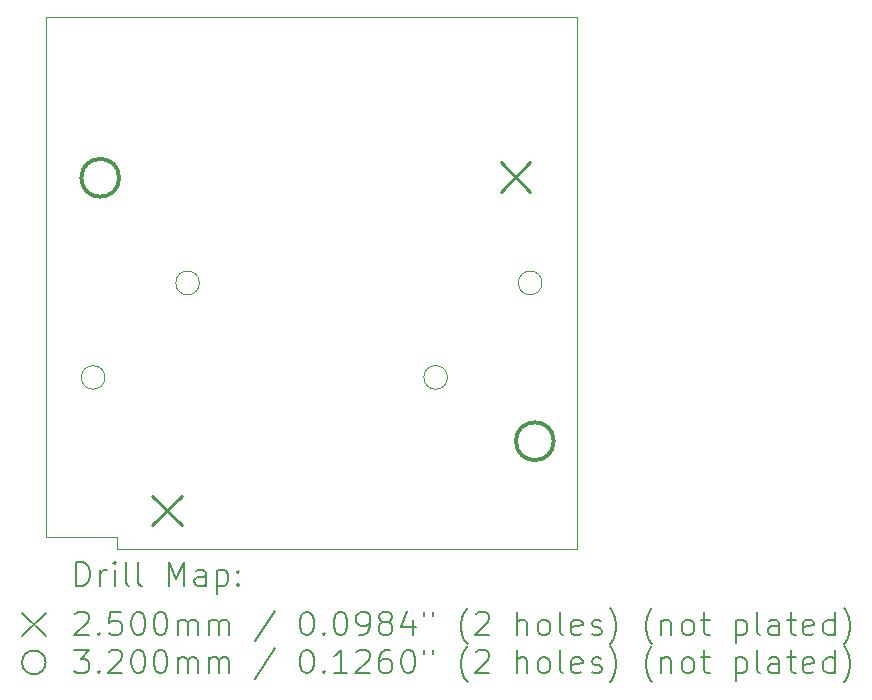
<source format=gbr>
%TF.GenerationSoftware,KiCad,Pcbnew,9.0.2*%
%TF.CreationDate,2025-05-25T16:27:38-07:00*%
%TF.ProjectId,PCB,5043422e-6b69-4636-9164-5f7063625858,rev?*%
%TF.SameCoordinates,Original*%
%TF.FileFunction,Drillmap*%
%TF.FilePolarity,Positive*%
%FSLAX45Y45*%
G04 Gerber Fmt 4.5, Leading zero omitted, Abs format (unit mm)*
G04 Created by KiCad (PCBNEW 9.0.2) date 2025-05-25 16:27:38*
%MOMM*%
%LPD*%
G01*
G04 APERTURE LIST*
%ADD10C,0.050000*%
%ADD11C,0.100000*%
%ADD12C,0.200000*%
%ADD13C,0.250000*%
%ADD14C,0.320000*%
G04 APERTURE END LIST*
D10*
X4700000Y-9100000D02*
X4700000Y-4700000D01*
X4700000Y-9100000D02*
X5300000Y-9100000D01*
X9200000Y-9200000D02*
X5300000Y-9200000D01*
X9200000Y-4700000D02*
X9200000Y-9200000D01*
X5300000Y-9200000D02*
X5300000Y-9100000D01*
X4700000Y-4700000D02*
X9200000Y-4700000D01*
D11*
X5200000Y-7750000D02*
G75*
G02*
X5000000Y-7750000I-100000J0D01*
G01*
X5000000Y-7750000D02*
G75*
G02*
X5200000Y-7750000I100000J0D01*
G01*
X6000000Y-6950000D02*
G75*
G02*
X5800000Y-6950000I-100000J0D01*
G01*
X5800000Y-6950000D02*
G75*
G02*
X6000000Y-6950000I100000J0D01*
G01*
X8100000Y-7750000D02*
G75*
G02*
X7900000Y-7750000I-100000J0D01*
G01*
X7900000Y-7750000D02*
G75*
G02*
X8100000Y-7750000I100000J0D01*
G01*
X8900000Y-6950000D02*
G75*
G02*
X8700000Y-6950000I-100000J0D01*
G01*
X8700000Y-6950000D02*
G75*
G02*
X8900000Y-6950000I100000J0D01*
G01*
D12*
D13*
X5600000Y-8750000D02*
X5850000Y-9000000D01*
X5850000Y-8750000D02*
X5600000Y-9000000D01*
X8550000Y-5930000D02*
X8800000Y-6180000D01*
X8800000Y-5930000D02*
X8550000Y-6180000D01*
D14*
X5320000Y-6060000D02*
G75*
G02*
X5000000Y-6060000I-160000J0D01*
G01*
X5000000Y-6060000D02*
G75*
G02*
X5320000Y-6060000I160000J0D01*
G01*
X9000000Y-8290000D02*
G75*
G02*
X8680000Y-8290000I-160000J0D01*
G01*
X8680000Y-8290000D02*
G75*
G02*
X9000000Y-8290000I160000J0D01*
G01*
D12*
X4958277Y-9513984D02*
X4958277Y-9313984D01*
X4958277Y-9313984D02*
X5005896Y-9313984D01*
X5005896Y-9313984D02*
X5034467Y-9323508D01*
X5034467Y-9323508D02*
X5053515Y-9342555D01*
X5053515Y-9342555D02*
X5063039Y-9361603D01*
X5063039Y-9361603D02*
X5072563Y-9399698D01*
X5072563Y-9399698D02*
X5072563Y-9428270D01*
X5072563Y-9428270D02*
X5063039Y-9466365D01*
X5063039Y-9466365D02*
X5053515Y-9485412D01*
X5053515Y-9485412D02*
X5034467Y-9504460D01*
X5034467Y-9504460D02*
X5005896Y-9513984D01*
X5005896Y-9513984D02*
X4958277Y-9513984D01*
X5158277Y-9513984D02*
X5158277Y-9380650D01*
X5158277Y-9418746D02*
X5167801Y-9399698D01*
X5167801Y-9399698D02*
X5177324Y-9390174D01*
X5177324Y-9390174D02*
X5196372Y-9380650D01*
X5196372Y-9380650D02*
X5215420Y-9380650D01*
X5282086Y-9513984D02*
X5282086Y-9380650D01*
X5282086Y-9313984D02*
X5272563Y-9323508D01*
X5272563Y-9323508D02*
X5282086Y-9333031D01*
X5282086Y-9333031D02*
X5291610Y-9323508D01*
X5291610Y-9323508D02*
X5282086Y-9313984D01*
X5282086Y-9313984D02*
X5282086Y-9333031D01*
X5405896Y-9513984D02*
X5386848Y-9504460D01*
X5386848Y-9504460D02*
X5377324Y-9485412D01*
X5377324Y-9485412D02*
X5377324Y-9313984D01*
X5510658Y-9513984D02*
X5491610Y-9504460D01*
X5491610Y-9504460D02*
X5482086Y-9485412D01*
X5482086Y-9485412D02*
X5482086Y-9313984D01*
X5739229Y-9513984D02*
X5739229Y-9313984D01*
X5739229Y-9313984D02*
X5805896Y-9456841D01*
X5805896Y-9456841D02*
X5872562Y-9313984D01*
X5872562Y-9313984D02*
X5872562Y-9513984D01*
X6053515Y-9513984D02*
X6053515Y-9409222D01*
X6053515Y-9409222D02*
X6043991Y-9390174D01*
X6043991Y-9390174D02*
X6024943Y-9380650D01*
X6024943Y-9380650D02*
X5986848Y-9380650D01*
X5986848Y-9380650D02*
X5967801Y-9390174D01*
X6053515Y-9504460D02*
X6034467Y-9513984D01*
X6034467Y-9513984D02*
X5986848Y-9513984D01*
X5986848Y-9513984D02*
X5967801Y-9504460D01*
X5967801Y-9504460D02*
X5958277Y-9485412D01*
X5958277Y-9485412D02*
X5958277Y-9466365D01*
X5958277Y-9466365D02*
X5967801Y-9447317D01*
X5967801Y-9447317D02*
X5986848Y-9437793D01*
X5986848Y-9437793D02*
X6034467Y-9437793D01*
X6034467Y-9437793D02*
X6053515Y-9428270D01*
X6148753Y-9380650D02*
X6148753Y-9580650D01*
X6148753Y-9390174D02*
X6167801Y-9380650D01*
X6167801Y-9380650D02*
X6205896Y-9380650D01*
X6205896Y-9380650D02*
X6224943Y-9390174D01*
X6224943Y-9390174D02*
X6234467Y-9399698D01*
X6234467Y-9399698D02*
X6243991Y-9418746D01*
X6243991Y-9418746D02*
X6243991Y-9475889D01*
X6243991Y-9475889D02*
X6234467Y-9494936D01*
X6234467Y-9494936D02*
X6224943Y-9504460D01*
X6224943Y-9504460D02*
X6205896Y-9513984D01*
X6205896Y-9513984D02*
X6167801Y-9513984D01*
X6167801Y-9513984D02*
X6148753Y-9504460D01*
X6329705Y-9494936D02*
X6339229Y-9504460D01*
X6339229Y-9504460D02*
X6329705Y-9513984D01*
X6329705Y-9513984D02*
X6320182Y-9504460D01*
X6320182Y-9504460D02*
X6329705Y-9494936D01*
X6329705Y-9494936D02*
X6329705Y-9513984D01*
X6329705Y-9390174D02*
X6339229Y-9399698D01*
X6339229Y-9399698D02*
X6329705Y-9409222D01*
X6329705Y-9409222D02*
X6320182Y-9399698D01*
X6320182Y-9399698D02*
X6329705Y-9390174D01*
X6329705Y-9390174D02*
X6329705Y-9409222D01*
X4497500Y-9742500D02*
X4697500Y-9942500D01*
X4697500Y-9742500D02*
X4497500Y-9942500D01*
X4948753Y-9753031D02*
X4958277Y-9743508D01*
X4958277Y-9743508D02*
X4977324Y-9733984D01*
X4977324Y-9733984D02*
X5024944Y-9733984D01*
X5024944Y-9733984D02*
X5043991Y-9743508D01*
X5043991Y-9743508D02*
X5053515Y-9753031D01*
X5053515Y-9753031D02*
X5063039Y-9772079D01*
X5063039Y-9772079D02*
X5063039Y-9791127D01*
X5063039Y-9791127D02*
X5053515Y-9819698D01*
X5053515Y-9819698D02*
X4939229Y-9933984D01*
X4939229Y-9933984D02*
X5063039Y-9933984D01*
X5148753Y-9914936D02*
X5158277Y-9924460D01*
X5158277Y-9924460D02*
X5148753Y-9933984D01*
X5148753Y-9933984D02*
X5139229Y-9924460D01*
X5139229Y-9924460D02*
X5148753Y-9914936D01*
X5148753Y-9914936D02*
X5148753Y-9933984D01*
X5339229Y-9733984D02*
X5243991Y-9733984D01*
X5243991Y-9733984D02*
X5234467Y-9829222D01*
X5234467Y-9829222D02*
X5243991Y-9819698D01*
X5243991Y-9819698D02*
X5263039Y-9810174D01*
X5263039Y-9810174D02*
X5310658Y-9810174D01*
X5310658Y-9810174D02*
X5329705Y-9819698D01*
X5329705Y-9819698D02*
X5339229Y-9829222D01*
X5339229Y-9829222D02*
X5348753Y-9848270D01*
X5348753Y-9848270D02*
X5348753Y-9895889D01*
X5348753Y-9895889D02*
X5339229Y-9914936D01*
X5339229Y-9914936D02*
X5329705Y-9924460D01*
X5329705Y-9924460D02*
X5310658Y-9933984D01*
X5310658Y-9933984D02*
X5263039Y-9933984D01*
X5263039Y-9933984D02*
X5243991Y-9924460D01*
X5243991Y-9924460D02*
X5234467Y-9914936D01*
X5472563Y-9733984D02*
X5491610Y-9733984D01*
X5491610Y-9733984D02*
X5510658Y-9743508D01*
X5510658Y-9743508D02*
X5520182Y-9753031D01*
X5520182Y-9753031D02*
X5529705Y-9772079D01*
X5529705Y-9772079D02*
X5539229Y-9810174D01*
X5539229Y-9810174D02*
X5539229Y-9857793D01*
X5539229Y-9857793D02*
X5529705Y-9895889D01*
X5529705Y-9895889D02*
X5520182Y-9914936D01*
X5520182Y-9914936D02*
X5510658Y-9924460D01*
X5510658Y-9924460D02*
X5491610Y-9933984D01*
X5491610Y-9933984D02*
X5472563Y-9933984D01*
X5472563Y-9933984D02*
X5453515Y-9924460D01*
X5453515Y-9924460D02*
X5443991Y-9914936D01*
X5443991Y-9914936D02*
X5434467Y-9895889D01*
X5434467Y-9895889D02*
X5424944Y-9857793D01*
X5424944Y-9857793D02*
X5424944Y-9810174D01*
X5424944Y-9810174D02*
X5434467Y-9772079D01*
X5434467Y-9772079D02*
X5443991Y-9753031D01*
X5443991Y-9753031D02*
X5453515Y-9743508D01*
X5453515Y-9743508D02*
X5472563Y-9733984D01*
X5663039Y-9733984D02*
X5682086Y-9733984D01*
X5682086Y-9733984D02*
X5701134Y-9743508D01*
X5701134Y-9743508D02*
X5710658Y-9753031D01*
X5710658Y-9753031D02*
X5720182Y-9772079D01*
X5720182Y-9772079D02*
X5729705Y-9810174D01*
X5729705Y-9810174D02*
X5729705Y-9857793D01*
X5729705Y-9857793D02*
X5720182Y-9895889D01*
X5720182Y-9895889D02*
X5710658Y-9914936D01*
X5710658Y-9914936D02*
X5701134Y-9924460D01*
X5701134Y-9924460D02*
X5682086Y-9933984D01*
X5682086Y-9933984D02*
X5663039Y-9933984D01*
X5663039Y-9933984D02*
X5643991Y-9924460D01*
X5643991Y-9924460D02*
X5634467Y-9914936D01*
X5634467Y-9914936D02*
X5624943Y-9895889D01*
X5624943Y-9895889D02*
X5615420Y-9857793D01*
X5615420Y-9857793D02*
X5615420Y-9810174D01*
X5615420Y-9810174D02*
X5624943Y-9772079D01*
X5624943Y-9772079D02*
X5634467Y-9753031D01*
X5634467Y-9753031D02*
X5643991Y-9743508D01*
X5643991Y-9743508D02*
X5663039Y-9733984D01*
X5815420Y-9933984D02*
X5815420Y-9800650D01*
X5815420Y-9819698D02*
X5824943Y-9810174D01*
X5824943Y-9810174D02*
X5843991Y-9800650D01*
X5843991Y-9800650D02*
X5872563Y-9800650D01*
X5872563Y-9800650D02*
X5891610Y-9810174D01*
X5891610Y-9810174D02*
X5901134Y-9829222D01*
X5901134Y-9829222D02*
X5901134Y-9933984D01*
X5901134Y-9829222D02*
X5910658Y-9810174D01*
X5910658Y-9810174D02*
X5929705Y-9800650D01*
X5929705Y-9800650D02*
X5958277Y-9800650D01*
X5958277Y-9800650D02*
X5977324Y-9810174D01*
X5977324Y-9810174D02*
X5986848Y-9829222D01*
X5986848Y-9829222D02*
X5986848Y-9933984D01*
X6082086Y-9933984D02*
X6082086Y-9800650D01*
X6082086Y-9819698D02*
X6091610Y-9810174D01*
X6091610Y-9810174D02*
X6110658Y-9800650D01*
X6110658Y-9800650D02*
X6139229Y-9800650D01*
X6139229Y-9800650D02*
X6158277Y-9810174D01*
X6158277Y-9810174D02*
X6167801Y-9829222D01*
X6167801Y-9829222D02*
X6167801Y-9933984D01*
X6167801Y-9829222D02*
X6177324Y-9810174D01*
X6177324Y-9810174D02*
X6196372Y-9800650D01*
X6196372Y-9800650D02*
X6224943Y-9800650D01*
X6224943Y-9800650D02*
X6243991Y-9810174D01*
X6243991Y-9810174D02*
X6253515Y-9829222D01*
X6253515Y-9829222D02*
X6253515Y-9933984D01*
X6643991Y-9724460D02*
X6472563Y-9981603D01*
X6901134Y-9733984D02*
X6920182Y-9733984D01*
X6920182Y-9733984D02*
X6939229Y-9743508D01*
X6939229Y-9743508D02*
X6948753Y-9753031D01*
X6948753Y-9753031D02*
X6958277Y-9772079D01*
X6958277Y-9772079D02*
X6967801Y-9810174D01*
X6967801Y-9810174D02*
X6967801Y-9857793D01*
X6967801Y-9857793D02*
X6958277Y-9895889D01*
X6958277Y-9895889D02*
X6948753Y-9914936D01*
X6948753Y-9914936D02*
X6939229Y-9924460D01*
X6939229Y-9924460D02*
X6920182Y-9933984D01*
X6920182Y-9933984D02*
X6901134Y-9933984D01*
X6901134Y-9933984D02*
X6882086Y-9924460D01*
X6882086Y-9924460D02*
X6872563Y-9914936D01*
X6872563Y-9914936D02*
X6863039Y-9895889D01*
X6863039Y-9895889D02*
X6853515Y-9857793D01*
X6853515Y-9857793D02*
X6853515Y-9810174D01*
X6853515Y-9810174D02*
X6863039Y-9772079D01*
X6863039Y-9772079D02*
X6872563Y-9753031D01*
X6872563Y-9753031D02*
X6882086Y-9743508D01*
X6882086Y-9743508D02*
X6901134Y-9733984D01*
X7053515Y-9914936D02*
X7063039Y-9924460D01*
X7063039Y-9924460D02*
X7053515Y-9933984D01*
X7053515Y-9933984D02*
X7043991Y-9924460D01*
X7043991Y-9924460D02*
X7053515Y-9914936D01*
X7053515Y-9914936D02*
X7053515Y-9933984D01*
X7186848Y-9733984D02*
X7205896Y-9733984D01*
X7205896Y-9733984D02*
X7224944Y-9743508D01*
X7224944Y-9743508D02*
X7234467Y-9753031D01*
X7234467Y-9753031D02*
X7243991Y-9772079D01*
X7243991Y-9772079D02*
X7253515Y-9810174D01*
X7253515Y-9810174D02*
X7253515Y-9857793D01*
X7253515Y-9857793D02*
X7243991Y-9895889D01*
X7243991Y-9895889D02*
X7234467Y-9914936D01*
X7234467Y-9914936D02*
X7224944Y-9924460D01*
X7224944Y-9924460D02*
X7205896Y-9933984D01*
X7205896Y-9933984D02*
X7186848Y-9933984D01*
X7186848Y-9933984D02*
X7167801Y-9924460D01*
X7167801Y-9924460D02*
X7158277Y-9914936D01*
X7158277Y-9914936D02*
X7148753Y-9895889D01*
X7148753Y-9895889D02*
X7139229Y-9857793D01*
X7139229Y-9857793D02*
X7139229Y-9810174D01*
X7139229Y-9810174D02*
X7148753Y-9772079D01*
X7148753Y-9772079D02*
X7158277Y-9753031D01*
X7158277Y-9753031D02*
X7167801Y-9743508D01*
X7167801Y-9743508D02*
X7186848Y-9733984D01*
X7348753Y-9933984D02*
X7386848Y-9933984D01*
X7386848Y-9933984D02*
X7405896Y-9924460D01*
X7405896Y-9924460D02*
X7415420Y-9914936D01*
X7415420Y-9914936D02*
X7434467Y-9886365D01*
X7434467Y-9886365D02*
X7443991Y-9848270D01*
X7443991Y-9848270D02*
X7443991Y-9772079D01*
X7443991Y-9772079D02*
X7434467Y-9753031D01*
X7434467Y-9753031D02*
X7424944Y-9743508D01*
X7424944Y-9743508D02*
X7405896Y-9733984D01*
X7405896Y-9733984D02*
X7367801Y-9733984D01*
X7367801Y-9733984D02*
X7348753Y-9743508D01*
X7348753Y-9743508D02*
X7339229Y-9753031D01*
X7339229Y-9753031D02*
X7329706Y-9772079D01*
X7329706Y-9772079D02*
X7329706Y-9819698D01*
X7329706Y-9819698D02*
X7339229Y-9838746D01*
X7339229Y-9838746D02*
X7348753Y-9848270D01*
X7348753Y-9848270D02*
X7367801Y-9857793D01*
X7367801Y-9857793D02*
X7405896Y-9857793D01*
X7405896Y-9857793D02*
X7424944Y-9848270D01*
X7424944Y-9848270D02*
X7434467Y-9838746D01*
X7434467Y-9838746D02*
X7443991Y-9819698D01*
X7558277Y-9819698D02*
X7539229Y-9810174D01*
X7539229Y-9810174D02*
X7529706Y-9800650D01*
X7529706Y-9800650D02*
X7520182Y-9781603D01*
X7520182Y-9781603D02*
X7520182Y-9772079D01*
X7520182Y-9772079D02*
X7529706Y-9753031D01*
X7529706Y-9753031D02*
X7539229Y-9743508D01*
X7539229Y-9743508D02*
X7558277Y-9733984D01*
X7558277Y-9733984D02*
X7596372Y-9733984D01*
X7596372Y-9733984D02*
X7615420Y-9743508D01*
X7615420Y-9743508D02*
X7624944Y-9753031D01*
X7624944Y-9753031D02*
X7634467Y-9772079D01*
X7634467Y-9772079D02*
X7634467Y-9781603D01*
X7634467Y-9781603D02*
X7624944Y-9800650D01*
X7624944Y-9800650D02*
X7615420Y-9810174D01*
X7615420Y-9810174D02*
X7596372Y-9819698D01*
X7596372Y-9819698D02*
X7558277Y-9819698D01*
X7558277Y-9819698D02*
X7539229Y-9829222D01*
X7539229Y-9829222D02*
X7529706Y-9838746D01*
X7529706Y-9838746D02*
X7520182Y-9857793D01*
X7520182Y-9857793D02*
X7520182Y-9895889D01*
X7520182Y-9895889D02*
X7529706Y-9914936D01*
X7529706Y-9914936D02*
X7539229Y-9924460D01*
X7539229Y-9924460D02*
X7558277Y-9933984D01*
X7558277Y-9933984D02*
X7596372Y-9933984D01*
X7596372Y-9933984D02*
X7615420Y-9924460D01*
X7615420Y-9924460D02*
X7624944Y-9914936D01*
X7624944Y-9914936D02*
X7634467Y-9895889D01*
X7634467Y-9895889D02*
X7634467Y-9857793D01*
X7634467Y-9857793D02*
X7624944Y-9838746D01*
X7624944Y-9838746D02*
X7615420Y-9829222D01*
X7615420Y-9829222D02*
X7596372Y-9819698D01*
X7805896Y-9800650D02*
X7805896Y-9933984D01*
X7758277Y-9724460D02*
X7710658Y-9867317D01*
X7710658Y-9867317D02*
X7834467Y-9867317D01*
X7901134Y-9733984D02*
X7901134Y-9772079D01*
X7977325Y-9733984D02*
X7977325Y-9772079D01*
X8272563Y-10010174D02*
X8263039Y-10000650D01*
X8263039Y-10000650D02*
X8243991Y-9972079D01*
X8243991Y-9972079D02*
X8234468Y-9953031D01*
X8234468Y-9953031D02*
X8224944Y-9924460D01*
X8224944Y-9924460D02*
X8215420Y-9876841D01*
X8215420Y-9876841D02*
X8215420Y-9838746D01*
X8215420Y-9838746D02*
X8224944Y-9791127D01*
X8224944Y-9791127D02*
X8234468Y-9762555D01*
X8234468Y-9762555D02*
X8243991Y-9743508D01*
X8243991Y-9743508D02*
X8263039Y-9714936D01*
X8263039Y-9714936D02*
X8272563Y-9705412D01*
X8339229Y-9753031D02*
X8348753Y-9743508D01*
X8348753Y-9743508D02*
X8367801Y-9733984D01*
X8367801Y-9733984D02*
X8415420Y-9733984D01*
X8415420Y-9733984D02*
X8434468Y-9743508D01*
X8434468Y-9743508D02*
X8443991Y-9753031D01*
X8443991Y-9753031D02*
X8453515Y-9772079D01*
X8453515Y-9772079D02*
X8453515Y-9791127D01*
X8453515Y-9791127D02*
X8443991Y-9819698D01*
X8443991Y-9819698D02*
X8329706Y-9933984D01*
X8329706Y-9933984D02*
X8453515Y-9933984D01*
X8691611Y-9933984D02*
X8691611Y-9733984D01*
X8777325Y-9933984D02*
X8777325Y-9829222D01*
X8777325Y-9829222D02*
X8767801Y-9810174D01*
X8767801Y-9810174D02*
X8748753Y-9800650D01*
X8748753Y-9800650D02*
X8720182Y-9800650D01*
X8720182Y-9800650D02*
X8701134Y-9810174D01*
X8701134Y-9810174D02*
X8691611Y-9819698D01*
X8901134Y-9933984D02*
X8882087Y-9924460D01*
X8882087Y-9924460D02*
X8872563Y-9914936D01*
X8872563Y-9914936D02*
X8863039Y-9895889D01*
X8863039Y-9895889D02*
X8863039Y-9838746D01*
X8863039Y-9838746D02*
X8872563Y-9819698D01*
X8872563Y-9819698D02*
X8882087Y-9810174D01*
X8882087Y-9810174D02*
X8901134Y-9800650D01*
X8901134Y-9800650D02*
X8929706Y-9800650D01*
X8929706Y-9800650D02*
X8948753Y-9810174D01*
X8948753Y-9810174D02*
X8958277Y-9819698D01*
X8958277Y-9819698D02*
X8967801Y-9838746D01*
X8967801Y-9838746D02*
X8967801Y-9895889D01*
X8967801Y-9895889D02*
X8958277Y-9914936D01*
X8958277Y-9914936D02*
X8948753Y-9924460D01*
X8948753Y-9924460D02*
X8929706Y-9933984D01*
X8929706Y-9933984D02*
X8901134Y-9933984D01*
X9082087Y-9933984D02*
X9063039Y-9924460D01*
X9063039Y-9924460D02*
X9053515Y-9905412D01*
X9053515Y-9905412D02*
X9053515Y-9733984D01*
X9234468Y-9924460D02*
X9215420Y-9933984D01*
X9215420Y-9933984D02*
X9177325Y-9933984D01*
X9177325Y-9933984D02*
X9158277Y-9924460D01*
X9158277Y-9924460D02*
X9148753Y-9905412D01*
X9148753Y-9905412D02*
X9148753Y-9829222D01*
X9148753Y-9829222D02*
X9158277Y-9810174D01*
X9158277Y-9810174D02*
X9177325Y-9800650D01*
X9177325Y-9800650D02*
X9215420Y-9800650D01*
X9215420Y-9800650D02*
X9234468Y-9810174D01*
X9234468Y-9810174D02*
X9243992Y-9829222D01*
X9243992Y-9829222D02*
X9243992Y-9848270D01*
X9243992Y-9848270D02*
X9148753Y-9867317D01*
X9320182Y-9924460D02*
X9339230Y-9933984D01*
X9339230Y-9933984D02*
X9377325Y-9933984D01*
X9377325Y-9933984D02*
X9396373Y-9924460D01*
X9396373Y-9924460D02*
X9405896Y-9905412D01*
X9405896Y-9905412D02*
X9405896Y-9895889D01*
X9405896Y-9895889D02*
X9396373Y-9876841D01*
X9396373Y-9876841D02*
X9377325Y-9867317D01*
X9377325Y-9867317D02*
X9348753Y-9867317D01*
X9348753Y-9867317D02*
X9329706Y-9857793D01*
X9329706Y-9857793D02*
X9320182Y-9838746D01*
X9320182Y-9838746D02*
X9320182Y-9829222D01*
X9320182Y-9829222D02*
X9329706Y-9810174D01*
X9329706Y-9810174D02*
X9348753Y-9800650D01*
X9348753Y-9800650D02*
X9377325Y-9800650D01*
X9377325Y-9800650D02*
X9396373Y-9810174D01*
X9472563Y-10010174D02*
X9482087Y-10000650D01*
X9482087Y-10000650D02*
X9501134Y-9972079D01*
X9501134Y-9972079D02*
X9510658Y-9953031D01*
X9510658Y-9953031D02*
X9520182Y-9924460D01*
X9520182Y-9924460D02*
X9529706Y-9876841D01*
X9529706Y-9876841D02*
X9529706Y-9838746D01*
X9529706Y-9838746D02*
X9520182Y-9791127D01*
X9520182Y-9791127D02*
X9510658Y-9762555D01*
X9510658Y-9762555D02*
X9501134Y-9743508D01*
X9501134Y-9743508D02*
X9482087Y-9714936D01*
X9482087Y-9714936D02*
X9472563Y-9705412D01*
X9834468Y-10010174D02*
X9824944Y-10000650D01*
X9824944Y-10000650D02*
X9805896Y-9972079D01*
X9805896Y-9972079D02*
X9796373Y-9953031D01*
X9796373Y-9953031D02*
X9786849Y-9924460D01*
X9786849Y-9924460D02*
X9777325Y-9876841D01*
X9777325Y-9876841D02*
X9777325Y-9838746D01*
X9777325Y-9838746D02*
X9786849Y-9791127D01*
X9786849Y-9791127D02*
X9796373Y-9762555D01*
X9796373Y-9762555D02*
X9805896Y-9743508D01*
X9805896Y-9743508D02*
X9824944Y-9714936D01*
X9824944Y-9714936D02*
X9834468Y-9705412D01*
X9910658Y-9800650D02*
X9910658Y-9933984D01*
X9910658Y-9819698D02*
X9920182Y-9810174D01*
X9920182Y-9810174D02*
X9939230Y-9800650D01*
X9939230Y-9800650D02*
X9967801Y-9800650D01*
X9967801Y-9800650D02*
X9986849Y-9810174D01*
X9986849Y-9810174D02*
X9996373Y-9829222D01*
X9996373Y-9829222D02*
X9996373Y-9933984D01*
X10120182Y-9933984D02*
X10101134Y-9924460D01*
X10101134Y-9924460D02*
X10091611Y-9914936D01*
X10091611Y-9914936D02*
X10082087Y-9895889D01*
X10082087Y-9895889D02*
X10082087Y-9838746D01*
X10082087Y-9838746D02*
X10091611Y-9819698D01*
X10091611Y-9819698D02*
X10101134Y-9810174D01*
X10101134Y-9810174D02*
X10120182Y-9800650D01*
X10120182Y-9800650D02*
X10148754Y-9800650D01*
X10148754Y-9800650D02*
X10167801Y-9810174D01*
X10167801Y-9810174D02*
X10177325Y-9819698D01*
X10177325Y-9819698D02*
X10186849Y-9838746D01*
X10186849Y-9838746D02*
X10186849Y-9895889D01*
X10186849Y-9895889D02*
X10177325Y-9914936D01*
X10177325Y-9914936D02*
X10167801Y-9924460D01*
X10167801Y-9924460D02*
X10148754Y-9933984D01*
X10148754Y-9933984D02*
X10120182Y-9933984D01*
X10243992Y-9800650D02*
X10320182Y-9800650D01*
X10272563Y-9733984D02*
X10272563Y-9905412D01*
X10272563Y-9905412D02*
X10282087Y-9924460D01*
X10282087Y-9924460D02*
X10301134Y-9933984D01*
X10301134Y-9933984D02*
X10320182Y-9933984D01*
X10539230Y-9800650D02*
X10539230Y-10000650D01*
X10539230Y-9810174D02*
X10558277Y-9800650D01*
X10558277Y-9800650D02*
X10596373Y-9800650D01*
X10596373Y-9800650D02*
X10615420Y-9810174D01*
X10615420Y-9810174D02*
X10624944Y-9819698D01*
X10624944Y-9819698D02*
X10634468Y-9838746D01*
X10634468Y-9838746D02*
X10634468Y-9895889D01*
X10634468Y-9895889D02*
X10624944Y-9914936D01*
X10624944Y-9914936D02*
X10615420Y-9924460D01*
X10615420Y-9924460D02*
X10596373Y-9933984D01*
X10596373Y-9933984D02*
X10558277Y-9933984D01*
X10558277Y-9933984D02*
X10539230Y-9924460D01*
X10748754Y-9933984D02*
X10729706Y-9924460D01*
X10729706Y-9924460D02*
X10720182Y-9905412D01*
X10720182Y-9905412D02*
X10720182Y-9733984D01*
X10910658Y-9933984D02*
X10910658Y-9829222D01*
X10910658Y-9829222D02*
X10901135Y-9810174D01*
X10901135Y-9810174D02*
X10882087Y-9800650D01*
X10882087Y-9800650D02*
X10843992Y-9800650D01*
X10843992Y-9800650D02*
X10824944Y-9810174D01*
X10910658Y-9924460D02*
X10891611Y-9933984D01*
X10891611Y-9933984D02*
X10843992Y-9933984D01*
X10843992Y-9933984D02*
X10824944Y-9924460D01*
X10824944Y-9924460D02*
X10815420Y-9905412D01*
X10815420Y-9905412D02*
X10815420Y-9886365D01*
X10815420Y-9886365D02*
X10824944Y-9867317D01*
X10824944Y-9867317D02*
X10843992Y-9857793D01*
X10843992Y-9857793D02*
X10891611Y-9857793D01*
X10891611Y-9857793D02*
X10910658Y-9848270D01*
X10977325Y-9800650D02*
X11053515Y-9800650D01*
X11005896Y-9733984D02*
X11005896Y-9905412D01*
X11005896Y-9905412D02*
X11015420Y-9924460D01*
X11015420Y-9924460D02*
X11034468Y-9933984D01*
X11034468Y-9933984D02*
X11053515Y-9933984D01*
X11196373Y-9924460D02*
X11177325Y-9933984D01*
X11177325Y-9933984D02*
X11139230Y-9933984D01*
X11139230Y-9933984D02*
X11120182Y-9924460D01*
X11120182Y-9924460D02*
X11110658Y-9905412D01*
X11110658Y-9905412D02*
X11110658Y-9829222D01*
X11110658Y-9829222D02*
X11120182Y-9810174D01*
X11120182Y-9810174D02*
X11139230Y-9800650D01*
X11139230Y-9800650D02*
X11177325Y-9800650D01*
X11177325Y-9800650D02*
X11196373Y-9810174D01*
X11196373Y-9810174D02*
X11205896Y-9829222D01*
X11205896Y-9829222D02*
X11205896Y-9848270D01*
X11205896Y-9848270D02*
X11110658Y-9867317D01*
X11377325Y-9933984D02*
X11377325Y-9733984D01*
X11377325Y-9924460D02*
X11358277Y-9933984D01*
X11358277Y-9933984D02*
X11320182Y-9933984D01*
X11320182Y-9933984D02*
X11301134Y-9924460D01*
X11301134Y-9924460D02*
X11291611Y-9914936D01*
X11291611Y-9914936D02*
X11282087Y-9895889D01*
X11282087Y-9895889D02*
X11282087Y-9838746D01*
X11282087Y-9838746D02*
X11291611Y-9819698D01*
X11291611Y-9819698D02*
X11301134Y-9810174D01*
X11301134Y-9810174D02*
X11320182Y-9800650D01*
X11320182Y-9800650D02*
X11358277Y-9800650D01*
X11358277Y-9800650D02*
X11377325Y-9810174D01*
X11453515Y-10010174D02*
X11463039Y-10000650D01*
X11463039Y-10000650D02*
X11482087Y-9972079D01*
X11482087Y-9972079D02*
X11491611Y-9953031D01*
X11491611Y-9953031D02*
X11501134Y-9924460D01*
X11501134Y-9924460D02*
X11510658Y-9876841D01*
X11510658Y-9876841D02*
X11510658Y-9838746D01*
X11510658Y-9838746D02*
X11501134Y-9791127D01*
X11501134Y-9791127D02*
X11491611Y-9762555D01*
X11491611Y-9762555D02*
X11482087Y-9743508D01*
X11482087Y-9743508D02*
X11463039Y-9714936D01*
X11463039Y-9714936D02*
X11453515Y-9705412D01*
X4697500Y-10162500D02*
G75*
G02*
X4497500Y-10162500I-100000J0D01*
G01*
X4497500Y-10162500D02*
G75*
G02*
X4697500Y-10162500I100000J0D01*
G01*
X4939229Y-10053984D02*
X5063039Y-10053984D01*
X5063039Y-10053984D02*
X4996372Y-10130174D01*
X4996372Y-10130174D02*
X5024944Y-10130174D01*
X5024944Y-10130174D02*
X5043991Y-10139698D01*
X5043991Y-10139698D02*
X5053515Y-10149222D01*
X5053515Y-10149222D02*
X5063039Y-10168270D01*
X5063039Y-10168270D02*
X5063039Y-10215889D01*
X5063039Y-10215889D02*
X5053515Y-10234936D01*
X5053515Y-10234936D02*
X5043991Y-10244460D01*
X5043991Y-10244460D02*
X5024944Y-10253984D01*
X5024944Y-10253984D02*
X4967801Y-10253984D01*
X4967801Y-10253984D02*
X4948753Y-10244460D01*
X4948753Y-10244460D02*
X4939229Y-10234936D01*
X5148753Y-10234936D02*
X5158277Y-10244460D01*
X5158277Y-10244460D02*
X5148753Y-10253984D01*
X5148753Y-10253984D02*
X5139229Y-10244460D01*
X5139229Y-10244460D02*
X5148753Y-10234936D01*
X5148753Y-10234936D02*
X5148753Y-10253984D01*
X5234467Y-10073031D02*
X5243991Y-10063508D01*
X5243991Y-10063508D02*
X5263039Y-10053984D01*
X5263039Y-10053984D02*
X5310658Y-10053984D01*
X5310658Y-10053984D02*
X5329705Y-10063508D01*
X5329705Y-10063508D02*
X5339229Y-10073031D01*
X5339229Y-10073031D02*
X5348753Y-10092079D01*
X5348753Y-10092079D02*
X5348753Y-10111127D01*
X5348753Y-10111127D02*
X5339229Y-10139698D01*
X5339229Y-10139698D02*
X5224944Y-10253984D01*
X5224944Y-10253984D02*
X5348753Y-10253984D01*
X5472563Y-10053984D02*
X5491610Y-10053984D01*
X5491610Y-10053984D02*
X5510658Y-10063508D01*
X5510658Y-10063508D02*
X5520182Y-10073031D01*
X5520182Y-10073031D02*
X5529705Y-10092079D01*
X5529705Y-10092079D02*
X5539229Y-10130174D01*
X5539229Y-10130174D02*
X5539229Y-10177793D01*
X5539229Y-10177793D02*
X5529705Y-10215889D01*
X5529705Y-10215889D02*
X5520182Y-10234936D01*
X5520182Y-10234936D02*
X5510658Y-10244460D01*
X5510658Y-10244460D02*
X5491610Y-10253984D01*
X5491610Y-10253984D02*
X5472563Y-10253984D01*
X5472563Y-10253984D02*
X5453515Y-10244460D01*
X5453515Y-10244460D02*
X5443991Y-10234936D01*
X5443991Y-10234936D02*
X5434467Y-10215889D01*
X5434467Y-10215889D02*
X5424944Y-10177793D01*
X5424944Y-10177793D02*
X5424944Y-10130174D01*
X5424944Y-10130174D02*
X5434467Y-10092079D01*
X5434467Y-10092079D02*
X5443991Y-10073031D01*
X5443991Y-10073031D02*
X5453515Y-10063508D01*
X5453515Y-10063508D02*
X5472563Y-10053984D01*
X5663039Y-10053984D02*
X5682086Y-10053984D01*
X5682086Y-10053984D02*
X5701134Y-10063508D01*
X5701134Y-10063508D02*
X5710658Y-10073031D01*
X5710658Y-10073031D02*
X5720182Y-10092079D01*
X5720182Y-10092079D02*
X5729705Y-10130174D01*
X5729705Y-10130174D02*
X5729705Y-10177793D01*
X5729705Y-10177793D02*
X5720182Y-10215889D01*
X5720182Y-10215889D02*
X5710658Y-10234936D01*
X5710658Y-10234936D02*
X5701134Y-10244460D01*
X5701134Y-10244460D02*
X5682086Y-10253984D01*
X5682086Y-10253984D02*
X5663039Y-10253984D01*
X5663039Y-10253984D02*
X5643991Y-10244460D01*
X5643991Y-10244460D02*
X5634467Y-10234936D01*
X5634467Y-10234936D02*
X5624943Y-10215889D01*
X5624943Y-10215889D02*
X5615420Y-10177793D01*
X5615420Y-10177793D02*
X5615420Y-10130174D01*
X5615420Y-10130174D02*
X5624943Y-10092079D01*
X5624943Y-10092079D02*
X5634467Y-10073031D01*
X5634467Y-10073031D02*
X5643991Y-10063508D01*
X5643991Y-10063508D02*
X5663039Y-10053984D01*
X5815420Y-10253984D02*
X5815420Y-10120650D01*
X5815420Y-10139698D02*
X5824943Y-10130174D01*
X5824943Y-10130174D02*
X5843991Y-10120650D01*
X5843991Y-10120650D02*
X5872563Y-10120650D01*
X5872563Y-10120650D02*
X5891610Y-10130174D01*
X5891610Y-10130174D02*
X5901134Y-10149222D01*
X5901134Y-10149222D02*
X5901134Y-10253984D01*
X5901134Y-10149222D02*
X5910658Y-10130174D01*
X5910658Y-10130174D02*
X5929705Y-10120650D01*
X5929705Y-10120650D02*
X5958277Y-10120650D01*
X5958277Y-10120650D02*
X5977324Y-10130174D01*
X5977324Y-10130174D02*
X5986848Y-10149222D01*
X5986848Y-10149222D02*
X5986848Y-10253984D01*
X6082086Y-10253984D02*
X6082086Y-10120650D01*
X6082086Y-10139698D02*
X6091610Y-10130174D01*
X6091610Y-10130174D02*
X6110658Y-10120650D01*
X6110658Y-10120650D02*
X6139229Y-10120650D01*
X6139229Y-10120650D02*
X6158277Y-10130174D01*
X6158277Y-10130174D02*
X6167801Y-10149222D01*
X6167801Y-10149222D02*
X6167801Y-10253984D01*
X6167801Y-10149222D02*
X6177324Y-10130174D01*
X6177324Y-10130174D02*
X6196372Y-10120650D01*
X6196372Y-10120650D02*
X6224943Y-10120650D01*
X6224943Y-10120650D02*
X6243991Y-10130174D01*
X6243991Y-10130174D02*
X6253515Y-10149222D01*
X6253515Y-10149222D02*
X6253515Y-10253984D01*
X6643991Y-10044460D02*
X6472563Y-10301603D01*
X6901134Y-10053984D02*
X6920182Y-10053984D01*
X6920182Y-10053984D02*
X6939229Y-10063508D01*
X6939229Y-10063508D02*
X6948753Y-10073031D01*
X6948753Y-10073031D02*
X6958277Y-10092079D01*
X6958277Y-10092079D02*
X6967801Y-10130174D01*
X6967801Y-10130174D02*
X6967801Y-10177793D01*
X6967801Y-10177793D02*
X6958277Y-10215889D01*
X6958277Y-10215889D02*
X6948753Y-10234936D01*
X6948753Y-10234936D02*
X6939229Y-10244460D01*
X6939229Y-10244460D02*
X6920182Y-10253984D01*
X6920182Y-10253984D02*
X6901134Y-10253984D01*
X6901134Y-10253984D02*
X6882086Y-10244460D01*
X6882086Y-10244460D02*
X6872563Y-10234936D01*
X6872563Y-10234936D02*
X6863039Y-10215889D01*
X6863039Y-10215889D02*
X6853515Y-10177793D01*
X6853515Y-10177793D02*
X6853515Y-10130174D01*
X6853515Y-10130174D02*
X6863039Y-10092079D01*
X6863039Y-10092079D02*
X6872563Y-10073031D01*
X6872563Y-10073031D02*
X6882086Y-10063508D01*
X6882086Y-10063508D02*
X6901134Y-10053984D01*
X7053515Y-10234936D02*
X7063039Y-10244460D01*
X7063039Y-10244460D02*
X7053515Y-10253984D01*
X7053515Y-10253984D02*
X7043991Y-10244460D01*
X7043991Y-10244460D02*
X7053515Y-10234936D01*
X7053515Y-10234936D02*
X7053515Y-10253984D01*
X7253515Y-10253984D02*
X7139229Y-10253984D01*
X7196372Y-10253984D02*
X7196372Y-10053984D01*
X7196372Y-10053984D02*
X7177325Y-10082555D01*
X7177325Y-10082555D02*
X7158277Y-10101603D01*
X7158277Y-10101603D02*
X7139229Y-10111127D01*
X7329706Y-10073031D02*
X7339229Y-10063508D01*
X7339229Y-10063508D02*
X7358277Y-10053984D01*
X7358277Y-10053984D02*
X7405896Y-10053984D01*
X7405896Y-10053984D02*
X7424944Y-10063508D01*
X7424944Y-10063508D02*
X7434467Y-10073031D01*
X7434467Y-10073031D02*
X7443991Y-10092079D01*
X7443991Y-10092079D02*
X7443991Y-10111127D01*
X7443991Y-10111127D02*
X7434467Y-10139698D01*
X7434467Y-10139698D02*
X7320182Y-10253984D01*
X7320182Y-10253984D02*
X7443991Y-10253984D01*
X7615420Y-10053984D02*
X7577325Y-10053984D01*
X7577325Y-10053984D02*
X7558277Y-10063508D01*
X7558277Y-10063508D02*
X7548753Y-10073031D01*
X7548753Y-10073031D02*
X7529706Y-10101603D01*
X7529706Y-10101603D02*
X7520182Y-10139698D01*
X7520182Y-10139698D02*
X7520182Y-10215889D01*
X7520182Y-10215889D02*
X7529706Y-10234936D01*
X7529706Y-10234936D02*
X7539229Y-10244460D01*
X7539229Y-10244460D02*
X7558277Y-10253984D01*
X7558277Y-10253984D02*
X7596372Y-10253984D01*
X7596372Y-10253984D02*
X7615420Y-10244460D01*
X7615420Y-10244460D02*
X7624944Y-10234936D01*
X7624944Y-10234936D02*
X7634467Y-10215889D01*
X7634467Y-10215889D02*
X7634467Y-10168270D01*
X7634467Y-10168270D02*
X7624944Y-10149222D01*
X7624944Y-10149222D02*
X7615420Y-10139698D01*
X7615420Y-10139698D02*
X7596372Y-10130174D01*
X7596372Y-10130174D02*
X7558277Y-10130174D01*
X7558277Y-10130174D02*
X7539229Y-10139698D01*
X7539229Y-10139698D02*
X7529706Y-10149222D01*
X7529706Y-10149222D02*
X7520182Y-10168270D01*
X7758277Y-10053984D02*
X7777325Y-10053984D01*
X7777325Y-10053984D02*
X7796372Y-10063508D01*
X7796372Y-10063508D02*
X7805896Y-10073031D01*
X7805896Y-10073031D02*
X7815420Y-10092079D01*
X7815420Y-10092079D02*
X7824944Y-10130174D01*
X7824944Y-10130174D02*
X7824944Y-10177793D01*
X7824944Y-10177793D02*
X7815420Y-10215889D01*
X7815420Y-10215889D02*
X7805896Y-10234936D01*
X7805896Y-10234936D02*
X7796372Y-10244460D01*
X7796372Y-10244460D02*
X7777325Y-10253984D01*
X7777325Y-10253984D02*
X7758277Y-10253984D01*
X7758277Y-10253984D02*
X7739229Y-10244460D01*
X7739229Y-10244460D02*
X7729706Y-10234936D01*
X7729706Y-10234936D02*
X7720182Y-10215889D01*
X7720182Y-10215889D02*
X7710658Y-10177793D01*
X7710658Y-10177793D02*
X7710658Y-10130174D01*
X7710658Y-10130174D02*
X7720182Y-10092079D01*
X7720182Y-10092079D02*
X7729706Y-10073031D01*
X7729706Y-10073031D02*
X7739229Y-10063508D01*
X7739229Y-10063508D02*
X7758277Y-10053984D01*
X7901134Y-10053984D02*
X7901134Y-10092079D01*
X7977325Y-10053984D02*
X7977325Y-10092079D01*
X8272563Y-10330174D02*
X8263039Y-10320650D01*
X8263039Y-10320650D02*
X8243991Y-10292079D01*
X8243991Y-10292079D02*
X8234468Y-10273031D01*
X8234468Y-10273031D02*
X8224944Y-10244460D01*
X8224944Y-10244460D02*
X8215420Y-10196841D01*
X8215420Y-10196841D02*
X8215420Y-10158746D01*
X8215420Y-10158746D02*
X8224944Y-10111127D01*
X8224944Y-10111127D02*
X8234468Y-10082555D01*
X8234468Y-10082555D02*
X8243991Y-10063508D01*
X8243991Y-10063508D02*
X8263039Y-10034936D01*
X8263039Y-10034936D02*
X8272563Y-10025412D01*
X8339229Y-10073031D02*
X8348753Y-10063508D01*
X8348753Y-10063508D02*
X8367801Y-10053984D01*
X8367801Y-10053984D02*
X8415420Y-10053984D01*
X8415420Y-10053984D02*
X8434468Y-10063508D01*
X8434468Y-10063508D02*
X8443991Y-10073031D01*
X8443991Y-10073031D02*
X8453515Y-10092079D01*
X8453515Y-10092079D02*
X8453515Y-10111127D01*
X8453515Y-10111127D02*
X8443991Y-10139698D01*
X8443991Y-10139698D02*
X8329706Y-10253984D01*
X8329706Y-10253984D02*
X8453515Y-10253984D01*
X8691611Y-10253984D02*
X8691611Y-10053984D01*
X8777325Y-10253984D02*
X8777325Y-10149222D01*
X8777325Y-10149222D02*
X8767801Y-10130174D01*
X8767801Y-10130174D02*
X8748753Y-10120650D01*
X8748753Y-10120650D02*
X8720182Y-10120650D01*
X8720182Y-10120650D02*
X8701134Y-10130174D01*
X8701134Y-10130174D02*
X8691611Y-10139698D01*
X8901134Y-10253984D02*
X8882087Y-10244460D01*
X8882087Y-10244460D02*
X8872563Y-10234936D01*
X8872563Y-10234936D02*
X8863039Y-10215889D01*
X8863039Y-10215889D02*
X8863039Y-10158746D01*
X8863039Y-10158746D02*
X8872563Y-10139698D01*
X8872563Y-10139698D02*
X8882087Y-10130174D01*
X8882087Y-10130174D02*
X8901134Y-10120650D01*
X8901134Y-10120650D02*
X8929706Y-10120650D01*
X8929706Y-10120650D02*
X8948753Y-10130174D01*
X8948753Y-10130174D02*
X8958277Y-10139698D01*
X8958277Y-10139698D02*
X8967801Y-10158746D01*
X8967801Y-10158746D02*
X8967801Y-10215889D01*
X8967801Y-10215889D02*
X8958277Y-10234936D01*
X8958277Y-10234936D02*
X8948753Y-10244460D01*
X8948753Y-10244460D02*
X8929706Y-10253984D01*
X8929706Y-10253984D02*
X8901134Y-10253984D01*
X9082087Y-10253984D02*
X9063039Y-10244460D01*
X9063039Y-10244460D02*
X9053515Y-10225412D01*
X9053515Y-10225412D02*
X9053515Y-10053984D01*
X9234468Y-10244460D02*
X9215420Y-10253984D01*
X9215420Y-10253984D02*
X9177325Y-10253984D01*
X9177325Y-10253984D02*
X9158277Y-10244460D01*
X9158277Y-10244460D02*
X9148753Y-10225412D01*
X9148753Y-10225412D02*
X9148753Y-10149222D01*
X9148753Y-10149222D02*
X9158277Y-10130174D01*
X9158277Y-10130174D02*
X9177325Y-10120650D01*
X9177325Y-10120650D02*
X9215420Y-10120650D01*
X9215420Y-10120650D02*
X9234468Y-10130174D01*
X9234468Y-10130174D02*
X9243992Y-10149222D01*
X9243992Y-10149222D02*
X9243992Y-10168270D01*
X9243992Y-10168270D02*
X9148753Y-10187317D01*
X9320182Y-10244460D02*
X9339230Y-10253984D01*
X9339230Y-10253984D02*
X9377325Y-10253984D01*
X9377325Y-10253984D02*
X9396373Y-10244460D01*
X9396373Y-10244460D02*
X9405896Y-10225412D01*
X9405896Y-10225412D02*
X9405896Y-10215889D01*
X9405896Y-10215889D02*
X9396373Y-10196841D01*
X9396373Y-10196841D02*
X9377325Y-10187317D01*
X9377325Y-10187317D02*
X9348753Y-10187317D01*
X9348753Y-10187317D02*
X9329706Y-10177793D01*
X9329706Y-10177793D02*
X9320182Y-10158746D01*
X9320182Y-10158746D02*
X9320182Y-10149222D01*
X9320182Y-10149222D02*
X9329706Y-10130174D01*
X9329706Y-10130174D02*
X9348753Y-10120650D01*
X9348753Y-10120650D02*
X9377325Y-10120650D01*
X9377325Y-10120650D02*
X9396373Y-10130174D01*
X9472563Y-10330174D02*
X9482087Y-10320650D01*
X9482087Y-10320650D02*
X9501134Y-10292079D01*
X9501134Y-10292079D02*
X9510658Y-10273031D01*
X9510658Y-10273031D02*
X9520182Y-10244460D01*
X9520182Y-10244460D02*
X9529706Y-10196841D01*
X9529706Y-10196841D02*
X9529706Y-10158746D01*
X9529706Y-10158746D02*
X9520182Y-10111127D01*
X9520182Y-10111127D02*
X9510658Y-10082555D01*
X9510658Y-10082555D02*
X9501134Y-10063508D01*
X9501134Y-10063508D02*
X9482087Y-10034936D01*
X9482087Y-10034936D02*
X9472563Y-10025412D01*
X9834468Y-10330174D02*
X9824944Y-10320650D01*
X9824944Y-10320650D02*
X9805896Y-10292079D01*
X9805896Y-10292079D02*
X9796373Y-10273031D01*
X9796373Y-10273031D02*
X9786849Y-10244460D01*
X9786849Y-10244460D02*
X9777325Y-10196841D01*
X9777325Y-10196841D02*
X9777325Y-10158746D01*
X9777325Y-10158746D02*
X9786849Y-10111127D01*
X9786849Y-10111127D02*
X9796373Y-10082555D01*
X9796373Y-10082555D02*
X9805896Y-10063508D01*
X9805896Y-10063508D02*
X9824944Y-10034936D01*
X9824944Y-10034936D02*
X9834468Y-10025412D01*
X9910658Y-10120650D02*
X9910658Y-10253984D01*
X9910658Y-10139698D02*
X9920182Y-10130174D01*
X9920182Y-10130174D02*
X9939230Y-10120650D01*
X9939230Y-10120650D02*
X9967801Y-10120650D01*
X9967801Y-10120650D02*
X9986849Y-10130174D01*
X9986849Y-10130174D02*
X9996373Y-10149222D01*
X9996373Y-10149222D02*
X9996373Y-10253984D01*
X10120182Y-10253984D02*
X10101134Y-10244460D01*
X10101134Y-10244460D02*
X10091611Y-10234936D01*
X10091611Y-10234936D02*
X10082087Y-10215889D01*
X10082087Y-10215889D02*
X10082087Y-10158746D01*
X10082087Y-10158746D02*
X10091611Y-10139698D01*
X10091611Y-10139698D02*
X10101134Y-10130174D01*
X10101134Y-10130174D02*
X10120182Y-10120650D01*
X10120182Y-10120650D02*
X10148754Y-10120650D01*
X10148754Y-10120650D02*
X10167801Y-10130174D01*
X10167801Y-10130174D02*
X10177325Y-10139698D01*
X10177325Y-10139698D02*
X10186849Y-10158746D01*
X10186849Y-10158746D02*
X10186849Y-10215889D01*
X10186849Y-10215889D02*
X10177325Y-10234936D01*
X10177325Y-10234936D02*
X10167801Y-10244460D01*
X10167801Y-10244460D02*
X10148754Y-10253984D01*
X10148754Y-10253984D02*
X10120182Y-10253984D01*
X10243992Y-10120650D02*
X10320182Y-10120650D01*
X10272563Y-10053984D02*
X10272563Y-10225412D01*
X10272563Y-10225412D02*
X10282087Y-10244460D01*
X10282087Y-10244460D02*
X10301134Y-10253984D01*
X10301134Y-10253984D02*
X10320182Y-10253984D01*
X10539230Y-10120650D02*
X10539230Y-10320650D01*
X10539230Y-10130174D02*
X10558277Y-10120650D01*
X10558277Y-10120650D02*
X10596373Y-10120650D01*
X10596373Y-10120650D02*
X10615420Y-10130174D01*
X10615420Y-10130174D02*
X10624944Y-10139698D01*
X10624944Y-10139698D02*
X10634468Y-10158746D01*
X10634468Y-10158746D02*
X10634468Y-10215889D01*
X10634468Y-10215889D02*
X10624944Y-10234936D01*
X10624944Y-10234936D02*
X10615420Y-10244460D01*
X10615420Y-10244460D02*
X10596373Y-10253984D01*
X10596373Y-10253984D02*
X10558277Y-10253984D01*
X10558277Y-10253984D02*
X10539230Y-10244460D01*
X10748754Y-10253984D02*
X10729706Y-10244460D01*
X10729706Y-10244460D02*
X10720182Y-10225412D01*
X10720182Y-10225412D02*
X10720182Y-10053984D01*
X10910658Y-10253984D02*
X10910658Y-10149222D01*
X10910658Y-10149222D02*
X10901135Y-10130174D01*
X10901135Y-10130174D02*
X10882087Y-10120650D01*
X10882087Y-10120650D02*
X10843992Y-10120650D01*
X10843992Y-10120650D02*
X10824944Y-10130174D01*
X10910658Y-10244460D02*
X10891611Y-10253984D01*
X10891611Y-10253984D02*
X10843992Y-10253984D01*
X10843992Y-10253984D02*
X10824944Y-10244460D01*
X10824944Y-10244460D02*
X10815420Y-10225412D01*
X10815420Y-10225412D02*
X10815420Y-10206365D01*
X10815420Y-10206365D02*
X10824944Y-10187317D01*
X10824944Y-10187317D02*
X10843992Y-10177793D01*
X10843992Y-10177793D02*
X10891611Y-10177793D01*
X10891611Y-10177793D02*
X10910658Y-10168270D01*
X10977325Y-10120650D02*
X11053515Y-10120650D01*
X11005896Y-10053984D02*
X11005896Y-10225412D01*
X11005896Y-10225412D02*
X11015420Y-10244460D01*
X11015420Y-10244460D02*
X11034468Y-10253984D01*
X11034468Y-10253984D02*
X11053515Y-10253984D01*
X11196373Y-10244460D02*
X11177325Y-10253984D01*
X11177325Y-10253984D02*
X11139230Y-10253984D01*
X11139230Y-10253984D02*
X11120182Y-10244460D01*
X11120182Y-10244460D02*
X11110658Y-10225412D01*
X11110658Y-10225412D02*
X11110658Y-10149222D01*
X11110658Y-10149222D02*
X11120182Y-10130174D01*
X11120182Y-10130174D02*
X11139230Y-10120650D01*
X11139230Y-10120650D02*
X11177325Y-10120650D01*
X11177325Y-10120650D02*
X11196373Y-10130174D01*
X11196373Y-10130174D02*
X11205896Y-10149222D01*
X11205896Y-10149222D02*
X11205896Y-10168270D01*
X11205896Y-10168270D02*
X11110658Y-10187317D01*
X11377325Y-10253984D02*
X11377325Y-10053984D01*
X11377325Y-10244460D02*
X11358277Y-10253984D01*
X11358277Y-10253984D02*
X11320182Y-10253984D01*
X11320182Y-10253984D02*
X11301134Y-10244460D01*
X11301134Y-10244460D02*
X11291611Y-10234936D01*
X11291611Y-10234936D02*
X11282087Y-10215889D01*
X11282087Y-10215889D02*
X11282087Y-10158746D01*
X11282087Y-10158746D02*
X11291611Y-10139698D01*
X11291611Y-10139698D02*
X11301134Y-10130174D01*
X11301134Y-10130174D02*
X11320182Y-10120650D01*
X11320182Y-10120650D02*
X11358277Y-10120650D01*
X11358277Y-10120650D02*
X11377325Y-10130174D01*
X11453515Y-10330174D02*
X11463039Y-10320650D01*
X11463039Y-10320650D02*
X11482087Y-10292079D01*
X11482087Y-10292079D02*
X11491611Y-10273031D01*
X11491611Y-10273031D02*
X11501134Y-10244460D01*
X11501134Y-10244460D02*
X11510658Y-10196841D01*
X11510658Y-10196841D02*
X11510658Y-10158746D01*
X11510658Y-10158746D02*
X11501134Y-10111127D01*
X11501134Y-10111127D02*
X11491611Y-10082555D01*
X11491611Y-10082555D02*
X11482087Y-10063508D01*
X11482087Y-10063508D02*
X11463039Y-10034936D01*
X11463039Y-10034936D02*
X11453515Y-10025412D01*
M02*

</source>
